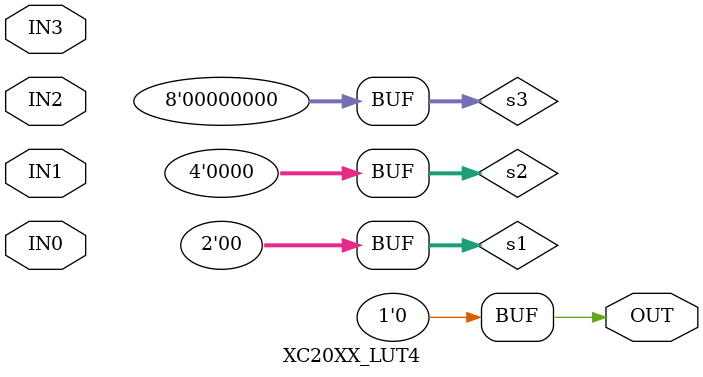
<source format=v>
module XC20XX_LUT4(
    IN0, IN1, IN2, IN3, // INPUTS
    OUT // OUTPUTS
);

    input wire IN0;
    input wire IN1;
    input wire IN2;
    input wire IN3;

    output wire OUT;

    parameter [15:0] INIT = 0;

    wire [7:0] s3 = IN3 ? INIT[15:8] : INIT[7:0];
    wire [3:0] s2 = IN2 ? s3[7:4] : s3[3:0];
    wire [1:0] s1 = IN1 ? s2[3:2] : s2[1:0];
    assign OUT = IN0 ? s1[1] : s1[0];
endmodule

</source>
